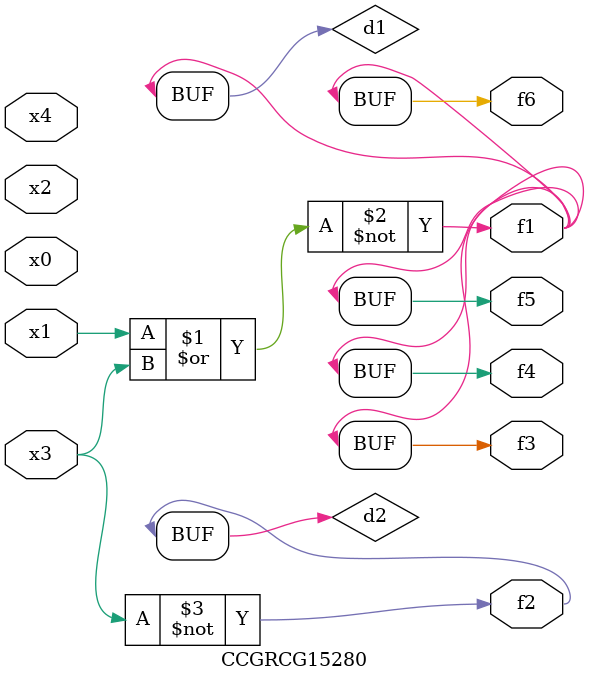
<source format=v>
module CCGRCG15280(
	input x0, x1, x2, x3, x4,
	output f1, f2, f3, f4, f5, f6
);

	wire d1, d2;

	nor (d1, x1, x3);
	not (d2, x3);
	assign f1 = d1;
	assign f2 = d2;
	assign f3 = d1;
	assign f4 = d1;
	assign f5 = d1;
	assign f6 = d1;
endmodule

</source>
